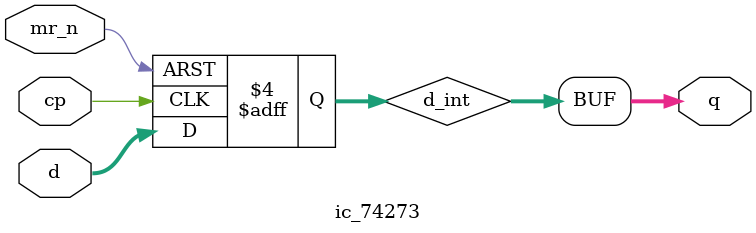
<source format=v>
`timescale 1ns / 1ps


module ic_74273(
    input [7:0] d,
    output [7:0] q,
    input mr_n,
    input cp
    );
    
    reg [7:0] d_int;
    
    assign q = d_int;
    
    always @ (posedge cp, negedge mr_n) begin
        if (~ mr_n)
            d_int <= 8'b00000000;
        else
            d_int <= d;
            
    end

    initial begin
        d_int <= 8'b00000000;
    end
    
endmodule

</source>
